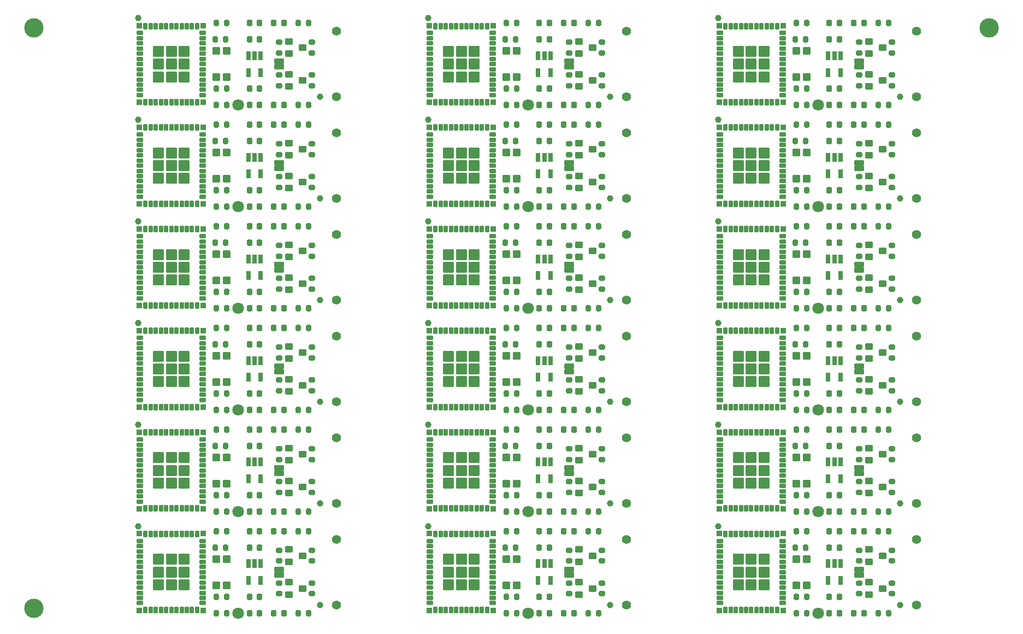
<source format=gts>
%TF.GenerationSoftware,KiCad,Pcbnew,7.0.6*%
%TF.CreationDate,2023-11-19T12:44:14-07:00*%
%TF.ProjectId,SparkFun_BlueSMiRF-ESP32_panelized,53706172-6b46-4756-9e5f-426c7565534d,rev?*%
%TF.SameCoordinates,Original*%
%TF.FileFunction,Soldermask,Top*%
%TF.FilePolarity,Negative*%
%FSLAX46Y46*%
G04 Gerber Fmt 4.6, Leading zero omitted, Abs format (unit mm)*
G04 Created by KiCad (PCBNEW 7.0.6) date 2023-11-19 12:44:14*
%MOMM*%
%LPD*%
G01*
G04 APERTURE LIST*
G04 Aperture macros list*
%AMRoundRect*
0 Rectangle with rounded corners*
0 $1 Rounding radius*
0 $2 $3 $4 $5 $6 $7 $8 $9 X,Y pos of 4 corners*
0 Add a 4 corners polygon primitive as box body*
4,1,4,$2,$3,$4,$5,$6,$7,$8,$9,$2,$3,0*
0 Add four circle primitives for the rounded corners*
1,1,$1+$1,$2,$3*
1,1,$1+$1,$4,$5*
1,1,$1+$1,$6,$7*
1,1,$1+$1,$8,$9*
0 Add four rect primitives between the rounded corners*
20,1,$1+$1,$2,$3,$4,$5,0*
20,1,$1+$1,$4,$5,$6,$7,0*
20,1,$1+$1,$6,$7,$8,$9,0*
20,1,$1+$1,$8,$9,$2,$3,0*%
G04 Aperture macros list end*
%ADD10RoundRect,0.218750X-0.218750X-0.256250X0.218750X-0.256250X0.218750X0.256250X-0.218750X0.256250X0*%
%ADD11RoundRect,0.101600X-0.450000X0.400000X-0.450000X-0.400000X0.450000X-0.400000X0.450000X0.400000X0*%
%ADD12RoundRect,0.200000X-0.200000X-0.275000X0.200000X-0.275000X0.200000X0.275000X-0.200000X0.275000X0*%
%ADD13C,1.000000*%
%ADD14RoundRect,0.200000X0.200000X0.275000X-0.200000X0.275000X-0.200000X-0.275000X0.200000X-0.275000X0*%
%ADD15RoundRect,0.085000X-0.635000X0.317500X-0.635000X-0.317500X0.635000X-0.317500X0.635000X0.317500X0*%
%ADD16C,1.803200*%
%ADD17RoundRect,0.101600X0.275000X0.600000X-0.275000X0.600000X-0.275000X-0.600000X0.275000X-0.600000X0*%
%ADD18RoundRect,0.225000X0.225000X0.250000X-0.225000X0.250000X-0.225000X-0.250000X0.225000X-0.250000X0*%
%ADD19RoundRect,0.200000X-0.275000X0.200000X-0.275000X-0.200000X0.275000X-0.200000X0.275000X0.200000X0*%
%ADD20RoundRect,0.200000X0.275000X-0.200000X0.275000X0.200000X-0.275000X0.200000X-0.275000X-0.200000X0*%
%ADD21RoundRect,0.101600X0.200000X0.400000X-0.200000X0.400000X-0.200000X-0.400000X0.200000X-0.400000X0*%
%ADD22RoundRect,0.101600X0.400000X-0.200000X0.400000X0.200000X-0.400000X0.200000X-0.400000X-0.200000X0*%
%ADD23RoundRect,0.101600X0.725000X-0.725000X0.725000X0.725000X-0.725000X0.725000X-0.725000X-0.725000X0*%
%ADD24RoundRect,0.101600X0.350000X-0.350000X0.350000X0.350000X-0.350000X0.350000X-0.350000X-0.350000X0*%
%ADD25C,3.000000*%
%ADD26RoundRect,0.101600X0.500000X-0.450000X0.500000X0.450000X-0.500000X0.450000X-0.500000X-0.450000X0*%
%ADD27C,1.400000*%
G04 APERTURE END LIST*
D10*
%TO.C,D1*%
X27152500Y13970000D03*
X28727500Y13970000D03*
%TD*%
%TO.C,D1*%
X27152500Y29710000D03*
X28727500Y29710000D03*
%TD*%
%TO.C,D1*%
X27152500Y61190000D03*
X28727500Y61190000D03*
%TD*%
%TO.C,D1*%
X27152500Y45450000D03*
X28727500Y45450000D03*
%TD*%
%TO.C,D1*%
X27152500Y76930000D03*
X28727500Y76930000D03*
%TD*%
%TO.C,D1*%
X72102500Y29710000D03*
X73677500Y29710000D03*
%TD*%
%TO.C,D1*%
X117052500Y45450000D03*
X118627500Y45450000D03*
%TD*%
%TO.C,D1*%
X72102500Y13970000D03*
X73677500Y13970000D03*
%TD*%
%TO.C,D1*%
X72102500Y76930000D03*
X73677500Y76930000D03*
%TD*%
%TO.C,D1*%
X72102500Y45450000D03*
X73677500Y45450000D03*
%TD*%
%TO.C,D1*%
X117052500Y61190000D03*
X118627500Y61190000D03*
%TD*%
%TO.C,D1*%
X117052500Y92670000D03*
X118627500Y92670000D03*
%TD*%
%TO.C,D1*%
X117052500Y29710000D03*
X118627500Y29710000D03*
%TD*%
%TO.C,D1*%
X117052500Y13970000D03*
X118627500Y13970000D03*
%TD*%
%TO.C,D1*%
X27152500Y92670000D03*
X28727500Y92670000D03*
%TD*%
%TO.C,D1*%
X72102500Y61190000D03*
X73677500Y61190000D03*
%TD*%
%TO.C,D1*%
X72102500Y92670000D03*
X73677500Y92670000D03*
%TD*%
%TO.C,D1*%
X117052500Y76930000D03*
X118627500Y76930000D03*
%TD*%
D11*
%TO.C,Q2*%
X29480000Y11110000D03*
X29480000Y9210000D03*
X31580000Y10160000D03*
%TD*%
%TO.C,Q2*%
X29480000Y42590000D03*
X29480000Y40690000D03*
X31580000Y41640000D03*
%TD*%
%TO.C,Q2*%
X29480000Y58330000D03*
X29480000Y56430000D03*
X31580000Y57380000D03*
%TD*%
%TO.C,Q2*%
X29480000Y74070000D03*
X29480000Y72170000D03*
X31580000Y73120000D03*
%TD*%
%TO.C,Q2*%
X29480000Y89810000D03*
X29480000Y87910000D03*
X31580000Y88860000D03*
%TD*%
%TO.C,Q2*%
X29480000Y26850000D03*
X29480000Y24950000D03*
X31580000Y25900000D03*
%TD*%
%TO.C,Q2*%
X119380000Y89810000D03*
X119380000Y87910000D03*
X121480000Y88860000D03*
%TD*%
%TO.C,Q2*%
X119380000Y11110000D03*
X119380000Y9210000D03*
X121480000Y10160000D03*
%TD*%
%TO.C,Q2*%
X119380000Y74070000D03*
X119380000Y72170000D03*
X121480000Y73120000D03*
%TD*%
%TO.C,Q2*%
X74430000Y42590000D03*
X74430000Y40690000D03*
X76530000Y41640000D03*
%TD*%
%TO.C,Q2*%
X74430000Y26850000D03*
X74430000Y24950000D03*
X76530000Y25900000D03*
%TD*%
%TO.C,Q2*%
X74430000Y74070000D03*
X74430000Y72170000D03*
X76530000Y73120000D03*
%TD*%
%TO.C,Q2*%
X74430000Y89810000D03*
X74430000Y87910000D03*
X76530000Y88860000D03*
%TD*%
%TO.C,Q2*%
X119380000Y26850000D03*
X119380000Y24950000D03*
X121480000Y25900000D03*
%TD*%
%TO.C,Q2*%
X119380000Y58330000D03*
X119380000Y56430000D03*
X121480000Y57380000D03*
%TD*%
%TO.C,Q2*%
X74430000Y58330000D03*
X74430000Y56430000D03*
X76530000Y57380000D03*
%TD*%
%TO.C,Q2*%
X119380000Y42590000D03*
X119380000Y40690000D03*
X121480000Y41640000D03*
%TD*%
%TO.C,Q2*%
X74430000Y11110000D03*
X74430000Y9210000D03*
X76530000Y10160000D03*
%TD*%
D12*
%TO.C,R3*%
X18225000Y29710000D03*
X19875000Y29710000D03*
%TD*%
%TO.C,R3*%
X63175000Y61190000D03*
X64825000Y61190000D03*
%TD*%
%TO.C,R3*%
X18225000Y45450000D03*
X19875000Y45450000D03*
%TD*%
%TO.C,R3*%
X18225000Y76930000D03*
X19875000Y76930000D03*
%TD*%
%TO.C,R3*%
X18225000Y92670000D03*
X19875000Y92670000D03*
%TD*%
%TO.C,R3*%
X63175000Y29710000D03*
X64825000Y29710000D03*
%TD*%
%TO.C,R3*%
X63175000Y13970000D03*
X64825000Y13970000D03*
%TD*%
%TO.C,R3*%
X63175000Y45450000D03*
X64825000Y45450000D03*
%TD*%
%TO.C,R3*%
X18225000Y61190000D03*
X19875000Y61190000D03*
%TD*%
%TO.C,R3*%
X108125000Y45450000D03*
X109775000Y45450000D03*
%TD*%
%TO.C,R3*%
X108125000Y13970000D03*
X109775000Y13970000D03*
%TD*%
%TO.C,R3*%
X108125000Y29710000D03*
X109775000Y29710000D03*
%TD*%
%TO.C,R3*%
X63175000Y76930000D03*
X64825000Y76930000D03*
%TD*%
%TO.C,R3*%
X108125000Y61190000D03*
X109775000Y61190000D03*
%TD*%
%TO.C,R3*%
X108125000Y92670000D03*
X109775000Y92670000D03*
%TD*%
%TO.C,R3*%
X63175000Y92670000D03*
X64825000Y92670000D03*
%TD*%
%TO.C,R3*%
X108125000Y76930000D03*
X109775000Y76930000D03*
%TD*%
%TO.C,R3*%
X18225000Y13970000D03*
X19875000Y13970000D03*
%TD*%
D13*
%TO.C,FID2*%
X51046000Y30472000D03*
%TD*%
%TO.C,FID2*%
X51046000Y77692000D03*
%TD*%
%TO.C,FID2*%
X6096000Y61952000D03*
%TD*%
%TO.C,FID2*%
X95996000Y30472000D03*
%TD*%
%TO.C,FID2*%
X6096000Y30472000D03*
%TD*%
%TO.C,FID2*%
X51046000Y93432000D03*
%TD*%
%TO.C,FID2*%
X51046000Y14732000D03*
%TD*%
%TO.C,FID2*%
X95996000Y46212000D03*
%TD*%
%TO.C,FID2*%
X51046000Y46212000D03*
%TD*%
%TO.C,FID2*%
X95996000Y77692000D03*
%TD*%
%TO.C,FID2*%
X6096000Y46212000D03*
%TD*%
%TO.C,FID2*%
X6096000Y77692000D03*
%TD*%
%TO.C,FID2*%
X6096000Y93432000D03*
%TD*%
%TO.C,FID2*%
X51046000Y61952000D03*
%TD*%
%TO.C,FID2*%
X95996000Y61952000D03*
%TD*%
%TO.C,FID2*%
X95996000Y93432000D03*
%TD*%
%TO.C,FID2*%
X95996000Y14732000D03*
%TD*%
%TO.C,FID2*%
X6096000Y14732000D03*
%TD*%
D14*
%TO.C,R5*%
X32575000Y29710000D03*
X30925000Y29710000D03*
%TD*%
%TO.C,R5*%
X32575000Y45450000D03*
X30925000Y45450000D03*
%TD*%
%TO.C,R5*%
X32575000Y61190000D03*
X30925000Y61190000D03*
%TD*%
%TO.C,R5*%
X77525000Y13970000D03*
X75875000Y13970000D03*
%TD*%
%TO.C,R5*%
X77525000Y45450000D03*
X75875000Y45450000D03*
%TD*%
%TO.C,R5*%
X77525000Y61190000D03*
X75875000Y61190000D03*
%TD*%
%TO.C,R5*%
X77525000Y76930000D03*
X75875000Y76930000D03*
%TD*%
%TO.C,R5*%
X77525000Y92670000D03*
X75875000Y92670000D03*
%TD*%
%TO.C,R5*%
X122475000Y29710000D03*
X120825000Y29710000D03*
%TD*%
%TO.C,R5*%
X122475000Y45450000D03*
X120825000Y45450000D03*
%TD*%
%TO.C,R5*%
X122475000Y13970000D03*
X120825000Y13970000D03*
%TD*%
%TO.C,R5*%
X122475000Y61190000D03*
X120825000Y61190000D03*
%TD*%
%TO.C,R5*%
X32575000Y92670000D03*
X30925000Y92670000D03*
%TD*%
%TO.C,R5*%
X122475000Y76930000D03*
X120825000Y76930000D03*
%TD*%
%TO.C,R5*%
X122475000Y92670000D03*
X120825000Y92670000D03*
%TD*%
%TO.C,R5*%
X32575000Y76930000D03*
X30925000Y76930000D03*
%TD*%
%TO.C,R5*%
X77525000Y29710000D03*
X75875000Y29710000D03*
%TD*%
%TO.C,R5*%
X32575000Y13970000D03*
X30925000Y13970000D03*
%TD*%
D15*
%TO.C,JP2*%
X27940000Y23766400D03*
X27940000Y22953600D03*
%TD*%
%TO.C,JP2*%
X27940000Y55246400D03*
X27940000Y54433600D03*
%TD*%
%TO.C,JP2*%
X117840000Y23766400D03*
X117840000Y22953600D03*
%TD*%
%TO.C,JP2*%
X72890000Y86726400D03*
X72890000Y85913600D03*
%TD*%
%TO.C,JP2*%
X117840000Y8026400D03*
X117840000Y7213600D03*
%TD*%
%TO.C,JP2*%
X72890000Y70986400D03*
X72890000Y70173600D03*
%TD*%
%TO.C,JP2*%
X27940000Y70986400D03*
X27940000Y70173600D03*
%TD*%
%TO.C,JP2*%
X27940000Y39506400D03*
X27940000Y38693600D03*
%TD*%
%TO.C,JP2*%
X27940000Y86726400D03*
X27940000Y85913600D03*
%TD*%
%TO.C,JP2*%
X72890000Y8026400D03*
X72890000Y7213600D03*
%TD*%
%TO.C,JP2*%
X72890000Y23766400D03*
X72890000Y22953600D03*
%TD*%
%TO.C,JP2*%
X117840000Y39506400D03*
X117840000Y38693600D03*
%TD*%
%TO.C,JP2*%
X117840000Y55246400D03*
X117840000Y54433600D03*
%TD*%
%TO.C,JP2*%
X117840000Y70986400D03*
X117840000Y70173600D03*
%TD*%
%TO.C,JP2*%
X72890000Y55246400D03*
X72890000Y54433600D03*
%TD*%
%TO.C,JP2*%
X117840000Y86726400D03*
X117840000Y85913600D03*
%TD*%
%TO.C,JP2*%
X72890000Y39506400D03*
X72890000Y38693600D03*
%TD*%
%TO.C,JP2*%
X27940000Y8026400D03*
X27940000Y7213600D03*
%TD*%
D16*
%TO.C,TP1*%
X21590000Y48490000D03*
%TD*%
%TO.C,TP1*%
X111490000Y32750000D03*
%TD*%
%TO.C,TP1*%
X21590000Y32750000D03*
%TD*%
%TO.C,TP1*%
X21590000Y17010000D03*
%TD*%
%TO.C,TP1*%
X21590000Y79970000D03*
%TD*%
%TO.C,TP1*%
X66540000Y1270000D03*
%TD*%
%TO.C,TP1*%
X66540000Y17010000D03*
%TD*%
%TO.C,TP1*%
X66540000Y32750000D03*
%TD*%
%TO.C,TP1*%
X66540000Y48490000D03*
%TD*%
%TO.C,TP1*%
X66540000Y64230000D03*
%TD*%
%TO.C,TP1*%
X111490000Y17010000D03*
%TD*%
%TO.C,TP1*%
X111490000Y1270000D03*
%TD*%
%TO.C,TP1*%
X21590000Y64230000D03*
%TD*%
%TO.C,TP1*%
X66540000Y79970000D03*
%TD*%
%TO.C,TP1*%
X111490000Y48490000D03*
%TD*%
%TO.C,TP1*%
X111490000Y64230000D03*
%TD*%
%TO.C,TP1*%
X111490000Y79970000D03*
%TD*%
%TO.C,TP1*%
X21590000Y1270000D03*
%TD*%
D17*
%TO.C,U2*%
X25080000Y24660100D03*
X24130000Y24660100D03*
X23180000Y24660100D03*
X23180000Y22059900D03*
X25080000Y22059900D03*
%TD*%
%TO.C,U2*%
X25080000Y40400100D03*
X24130000Y40400100D03*
X23180000Y40400100D03*
X23180000Y37799900D03*
X25080000Y37799900D03*
%TD*%
%TO.C,U2*%
X25080000Y71880100D03*
X24130000Y71880100D03*
X23180000Y71880100D03*
X23180000Y69279900D03*
X25080000Y69279900D03*
%TD*%
%TO.C,U2*%
X70030000Y87620100D03*
X69080000Y87620100D03*
X68130000Y87620100D03*
X68130000Y85019900D03*
X70030000Y85019900D03*
%TD*%
%TO.C,U2*%
X114980000Y87620100D03*
X114030000Y87620100D03*
X113080000Y87620100D03*
X113080000Y85019900D03*
X114980000Y85019900D03*
%TD*%
%TO.C,U2*%
X25080000Y56140100D03*
X24130000Y56140100D03*
X23180000Y56140100D03*
X23180000Y53539900D03*
X25080000Y53539900D03*
%TD*%
%TO.C,U2*%
X70030000Y24660100D03*
X69080000Y24660100D03*
X68130000Y24660100D03*
X68130000Y22059900D03*
X70030000Y22059900D03*
%TD*%
%TO.C,U2*%
X70030000Y71880100D03*
X69080000Y71880100D03*
X68130000Y71880100D03*
X68130000Y69279900D03*
X70030000Y69279900D03*
%TD*%
%TO.C,U2*%
X25080000Y87620100D03*
X24130000Y87620100D03*
X23180000Y87620100D03*
X23180000Y85019900D03*
X25080000Y85019900D03*
%TD*%
%TO.C,U2*%
X70030000Y56140100D03*
X69080000Y56140100D03*
X68130000Y56140100D03*
X68130000Y53539900D03*
X70030000Y53539900D03*
%TD*%
%TO.C,U2*%
X114980000Y40400100D03*
X114030000Y40400100D03*
X113080000Y40400100D03*
X113080000Y37799900D03*
X114980000Y37799900D03*
%TD*%
%TO.C,U2*%
X114980000Y24660100D03*
X114030000Y24660100D03*
X113080000Y24660100D03*
X113080000Y22059900D03*
X114980000Y22059900D03*
%TD*%
%TO.C,U2*%
X114980000Y8920100D03*
X114030000Y8920100D03*
X113080000Y8920100D03*
X113080000Y6319900D03*
X114980000Y6319900D03*
%TD*%
%TO.C,U2*%
X114980000Y56140100D03*
X114030000Y56140100D03*
X113080000Y56140100D03*
X113080000Y53539900D03*
X114980000Y53539900D03*
%TD*%
%TO.C,U2*%
X114980000Y71880100D03*
X114030000Y71880100D03*
X113080000Y71880100D03*
X113080000Y69279900D03*
X114980000Y69279900D03*
%TD*%
%TO.C,U2*%
X70030000Y40400100D03*
X69080000Y40400100D03*
X68130000Y40400100D03*
X68130000Y37799900D03*
X70030000Y37799900D03*
%TD*%
%TO.C,U2*%
X70030000Y8920100D03*
X69080000Y8920100D03*
X68130000Y8920100D03*
X68130000Y6319900D03*
X70030000Y6319900D03*
%TD*%
%TO.C,U2*%
X25080000Y8920100D03*
X24130000Y8920100D03*
X23180000Y8920100D03*
X23180000Y6319900D03*
X25080000Y6319900D03*
%TD*%
D18*
%TO.C,C1*%
X24905000Y58650000D03*
X23355000Y58650000D03*
%TD*%
%TO.C,C1*%
X69855000Y27170000D03*
X68305000Y27170000D03*
%TD*%
%TO.C,C1*%
X24905000Y27170000D03*
X23355000Y27170000D03*
%TD*%
%TO.C,C1*%
X69855000Y11430000D03*
X68305000Y11430000D03*
%TD*%
%TO.C,C1*%
X114805000Y90130000D03*
X113255000Y90130000D03*
%TD*%
%TO.C,C1*%
X24905000Y90130000D03*
X23355000Y90130000D03*
%TD*%
%TO.C,C1*%
X24905000Y42910000D03*
X23355000Y42910000D03*
%TD*%
%TO.C,C1*%
X24905000Y74390000D03*
X23355000Y74390000D03*
%TD*%
%TO.C,C1*%
X69855000Y42910000D03*
X68305000Y42910000D03*
%TD*%
%TO.C,C1*%
X69855000Y74390000D03*
X68305000Y74390000D03*
%TD*%
%TO.C,C1*%
X69855000Y58650000D03*
X68305000Y58650000D03*
%TD*%
%TO.C,C1*%
X69855000Y90130000D03*
X68305000Y90130000D03*
%TD*%
%TO.C,C1*%
X114805000Y11430000D03*
X113255000Y11430000D03*
%TD*%
%TO.C,C1*%
X114805000Y27170000D03*
X113255000Y27170000D03*
%TD*%
%TO.C,C1*%
X114805000Y42910000D03*
X113255000Y42910000D03*
%TD*%
%TO.C,C1*%
X114805000Y58650000D03*
X113255000Y58650000D03*
%TD*%
%TO.C,C1*%
X114805000Y74390000D03*
X113255000Y74390000D03*
%TD*%
%TO.C,C1*%
X24905000Y11430000D03*
X23355000Y11430000D03*
%TD*%
D19*
%TO.C,R9*%
X33020000Y37385000D03*
X33020000Y35735000D03*
%TD*%
%TO.C,R9*%
X33020000Y21645000D03*
X33020000Y19995000D03*
%TD*%
%TO.C,R9*%
X77970000Y53125000D03*
X77970000Y51475000D03*
%TD*%
%TO.C,R9*%
X77970000Y68865000D03*
X77970000Y67215000D03*
%TD*%
%TO.C,R9*%
X77970000Y5905000D03*
X77970000Y4255000D03*
%TD*%
%TO.C,R9*%
X33020000Y53125000D03*
X33020000Y51475000D03*
%TD*%
%TO.C,R9*%
X33020000Y84605000D03*
X33020000Y82955000D03*
%TD*%
%TO.C,R9*%
X77970000Y21645000D03*
X77970000Y19995000D03*
%TD*%
%TO.C,R9*%
X77970000Y84605000D03*
X77970000Y82955000D03*
%TD*%
%TO.C,R9*%
X33020000Y68865000D03*
X33020000Y67215000D03*
%TD*%
%TO.C,R9*%
X77970000Y37385000D03*
X77970000Y35735000D03*
%TD*%
%TO.C,R9*%
X122920000Y21645000D03*
X122920000Y19995000D03*
%TD*%
%TO.C,R9*%
X122920000Y53125000D03*
X122920000Y51475000D03*
%TD*%
%TO.C,R9*%
X122920000Y68865000D03*
X122920000Y67215000D03*
%TD*%
%TO.C,R9*%
X122920000Y84605000D03*
X122920000Y82955000D03*
%TD*%
%TO.C,R9*%
X122920000Y37385000D03*
X122920000Y35735000D03*
%TD*%
%TO.C,R9*%
X122920000Y5905000D03*
X122920000Y4255000D03*
%TD*%
%TO.C,R9*%
X33020000Y5905000D03*
X33020000Y4255000D03*
%TD*%
D18*
%TO.C,C3*%
X24905000Y35290000D03*
X23355000Y35290000D03*
%TD*%
%TO.C,C3*%
X69855000Y51030000D03*
X68305000Y51030000D03*
%TD*%
%TO.C,C3*%
X114805000Y82510000D03*
X113255000Y82510000D03*
%TD*%
%TO.C,C3*%
X69855000Y19550000D03*
X68305000Y19550000D03*
%TD*%
%TO.C,C3*%
X69855000Y3810000D03*
X68305000Y3810000D03*
%TD*%
%TO.C,C3*%
X24905000Y19550000D03*
X23355000Y19550000D03*
%TD*%
%TO.C,C3*%
X69855000Y66770000D03*
X68305000Y66770000D03*
%TD*%
%TO.C,C3*%
X114805000Y35290000D03*
X113255000Y35290000D03*
%TD*%
%TO.C,C3*%
X24905000Y82510000D03*
X23355000Y82510000D03*
%TD*%
%TO.C,C3*%
X69855000Y35290000D03*
X68305000Y35290000D03*
%TD*%
%TO.C,C3*%
X24905000Y51030000D03*
X23355000Y51030000D03*
%TD*%
%TO.C,C3*%
X114805000Y3810000D03*
X113255000Y3810000D03*
%TD*%
%TO.C,C3*%
X24905000Y66770000D03*
X23355000Y66770000D03*
%TD*%
%TO.C,C3*%
X114805000Y19550000D03*
X113255000Y19550000D03*
%TD*%
%TO.C,C3*%
X114805000Y51030000D03*
X113255000Y51030000D03*
%TD*%
%TO.C,C3*%
X69855000Y82510000D03*
X68305000Y82510000D03*
%TD*%
%TO.C,C3*%
X114805000Y66770000D03*
X113255000Y66770000D03*
%TD*%
%TO.C,C3*%
X24905000Y3810000D03*
X23355000Y3810000D03*
%TD*%
D13*
%TO.C,FID1*%
X34290000Y18280000D03*
%TD*%
%TO.C,FID1*%
X34290000Y34020000D03*
%TD*%
%TO.C,FID1*%
X34290000Y49760000D03*
%TD*%
%TO.C,FID1*%
X79240000Y34020000D03*
%TD*%
%TO.C,FID1*%
X124190000Y81240000D03*
%TD*%
%TO.C,FID1*%
X124190000Y2540000D03*
%TD*%
%TO.C,FID1*%
X34290000Y81240000D03*
%TD*%
%TO.C,FID1*%
X124190000Y49760000D03*
%TD*%
%TO.C,FID1*%
X79240000Y65500000D03*
%TD*%
%TO.C,FID1*%
X79240000Y81240000D03*
%TD*%
%TO.C,FID1*%
X79240000Y2540000D03*
%TD*%
%TO.C,FID1*%
X79240000Y18280000D03*
%TD*%
%TO.C,FID1*%
X79240000Y49760000D03*
%TD*%
%TO.C,FID1*%
X34290000Y65500000D03*
%TD*%
%TO.C,FID1*%
X124190000Y18280000D03*
%TD*%
%TO.C,FID1*%
X124190000Y65500000D03*
%TD*%
%TO.C,FID1*%
X124190000Y34020000D03*
%TD*%
%TO.C,FID1*%
X34290000Y2540000D03*
%TD*%
D14*
%TO.C,R1*%
X64825000Y64230000D03*
X63175000Y64230000D03*
%TD*%
%TO.C,R1*%
X19875000Y79970000D03*
X18225000Y79970000D03*
%TD*%
%TO.C,R1*%
X19875000Y17010000D03*
X18225000Y17010000D03*
%TD*%
%TO.C,R1*%
X64825000Y1270000D03*
X63175000Y1270000D03*
%TD*%
%TO.C,R1*%
X109775000Y64230000D03*
X108125000Y64230000D03*
%TD*%
%TO.C,R1*%
X19875000Y48490000D03*
X18225000Y48490000D03*
%TD*%
%TO.C,R1*%
X109775000Y48490000D03*
X108125000Y48490000D03*
%TD*%
%TO.C,R1*%
X64825000Y17010000D03*
X63175000Y17010000D03*
%TD*%
%TO.C,R1*%
X64825000Y32750000D03*
X63175000Y32750000D03*
%TD*%
%TO.C,R1*%
X64825000Y48490000D03*
X63175000Y48490000D03*
%TD*%
%TO.C,R1*%
X109775000Y79970000D03*
X108125000Y79970000D03*
%TD*%
%TO.C,R1*%
X19875000Y32750000D03*
X18225000Y32750000D03*
%TD*%
%TO.C,R1*%
X19875000Y64230000D03*
X18225000Y64230000D03*
%TD*%
%TO.C,R1*%
X64825000Y79970000D03*
X63175000Y79970000D03*
%TD*%
%TO.C,R1*%
X109775000Y17010000D03*
X108125000Y17010000D03*
%TD*%
%TO.C,R1*%
X109775000Y1270000D03*
X108125000Y1270000D03*
%TD*%
%TO.C,R1*%
X109775000Y32750000D03*
X108125000Y32750000D03*
%TD*%
%TO.C,R1*%
X19875000Y1270000D03*
X18225000Y1270000D03*
%TD*%
D11*
%TO.C,Q1*%
X29480000Y53250000D03*
X29480000Y51350000D03*
X31580000Y52300000D03*
%TD*%
%TO.C,Q1*%
X74430000Y37510000D03*
X74430000Y35610000D03*
X76530000Y36560000D03*
%TD*%
%TO.C,Q1*%
X74430000Y68990000D03*
X74430000Y67090000D03*
X76530000Y68040000D03*
%TD*%
%TO.C,Q1*%
X29480000Y21770000D03*
X29480000Y19870000D03*
X31580000Y20820000D03*
%TD*%
%TO.C,Q1*%
X29480000Y37510000D03*
X29480000Y35610000D03*
X31580000Y36560000D03*
%TD*%
%TO.C,Q1*%
X29480000Y84730000D03*
X29480000Y82830000D03*
X31580000Y83780000D03*
%TD*%
%TO.C,Q1*%
X74430000Y6030000D03*
X74430000Y4130000D03*
X76530000Y5080000D03*
%TD*%
%TO.C,Q1*%
X29480000Y68990000D03*
X29480000Y67090000D03*
X31580000Y68040000D03*
%TD*%
%TO.C,Q1*%
X74430000Y21770000D03*
X74430000Y19870000D03*
X76530000Y20820000D03*
%TD*%
%TO.C,Q1*%
X74430000Y53250000D03*
X74430000Y51350000D03*
X76530000Y52300000D03*
%TD*%
%TO.C,Q1*%
X74430000Y84730000D03*
X74430000Y82830000D03*
X76530000Y83780000D03*
%TD*%
%TO.C,Q1*%
X119380000Y6030000D03*
X119380000Y4130000D03*
X121480000Y5080000D03*
%TD*%
%TO.C,Q1*%
X119380000Y21770000D03*
X119380000Y19870000D03*
X121480000Y20820000D03*
%TD*%
%TO.C,Q1*%
X119380000Y37510000D03*
X119380000Y35610000D03*
X121480000Y36560000D03*
%TD*%
%TO.C,Q1*%
X119380000Y53250000D03*
X119380000Y51350000D03*
X121480000Y52300000D03*
%TD*%
%TO.C,Q1*%
X119380000Y68990000D03*
X119380000Y67090000D03*
X121480000Y68040000D03*
%TD*%
%TO.C,Q1*%
X119380000Y84730000D03*
X119380000Y82830000D03*
X121480000Y83780000D03*
%TD*%
%TO.C,Q1*%
X29480000Y6030000D03*
X29480000Y4130000D03*
X31580000Y5080000D03*
%TD*%
D20*
%TO.C,R10*%
X122920000Y25075000D03*
X122920000Y26725000D03*
%TD*%
%TO.C,R10*%
X33020000Y40815000D03*
X33020000Y42465000D03*
%TD*%
%TO.C,R10*%
X33020000Y56555000D03*
X33020000Y58205000D03*
%TD*%
%TO.C,R10*%
X77970000Y9335000D03*
X77970000Y10985000D03*
%TD*%
%TO.C,R10*%
X77970000Y72295000D03*
X77970000Y73945000D03*
%TD*%
%TO.C,R10*%
X77970000Y40815000D03*
X77970000Y42465000D03*
%TD*%
%TO.C,R10*%
X122920000Y56555000D03*
X122920000Y58205000D03*
%TD*%
%TO.C,R10*%
X122920000Y88035000D03*
X122920000Y89685000D03*
%TD*%
%TO.C,R10*%
X33020000Y72295000D03*
X33020000Y73945000D03*
%TD*%
%TO.C,R10*%
X77970000Y25075000D03*
X77970000Y26725000D03*
%TD*%
%TO.C,R10*%
X77970000Y88035000D03*
X77970000Y89685000D03*
%TD*%
%TO.C,R10*%
X122920000Y40815000D03*
X122920000Y42465000D03*
%TD*%
%TO.C,R10*%
X122920000Y72295000D03*
X122920000Y73945000D03*
%TD*%
%TO.C,R10*%
X33020000Y25075000D03*
X33020000Y26725000D03*
%TD*%
%TO.C,R10*%
X33020000Y88035000D03*
X33020000Y89685000D03*
%TD*%
%TO.C,R10*%
X77970000Y56555000D03*
X77970000Y58205000D03*
%TD*%
%TO.C,R10*%
X122920000Y9335000D03*
X122920000Y10985000D03*
%TD*%
%TO.C,R10*%
X33020000Y9335000D03*
X33020000Y10985000D03*
%TD*%
D12*
%TO.C,R2*%
X18225000Y66770000D03*
X19875000Y66770000D03*
%TD*%
%TO.C,R2*%
X63175000Y3810000D03*
X64825000Y3810000D03*
%TD*%
%TO.C,R2*%
X18225000Y19550000D03*
X19875000Y19550000D03*
%TD*%
%TO.C,R2*%
X18225000Y35290000D03*
X19875000Y35290000D03*
%TD*%
%TO.C,R2*%
X18225000Y51030000D03*
X19875000Y51030000D03*
%TD*%
%TO.C,R2*%
X18225000Y82510000D03*
X19875000Y82510000D03*
%TD*%
%TO.C,R2*%
X108125000Y66770000D03*
X109775000Y66770000D03*
%TD*%
%TO.C,R2*%
X108125000Y35290000D03*
X109775000Y35290000D03*
%TD*%
%TO.C,R2*%
X63175000Y66770000D03*
X64825000Y66770000D03*
%TD*%
%TO.C,R2*%
X108125000Y3810000D03*
X109775000Y3810000D03*
%TD*%
%TO.C,R2*%
X63175000Y35290000D03*
X64825000Y35290000D03*
%TD*%
%TO.C,R2*%
X108125000Y19550000D03*
X109775000Y19550000D03*
%TD*%
%TO.C,R2*%
X108125000Y82510000D03*
X109775000Y82510000D03*
%TD*%
%TO.C,R2*%
X63175000Y82510000D03*
X64825000Y82510000D03*
%TD*%
%TO.C,R2*%
X108125000Y51030000D03*
X109775000Y51030000D03*
%TD*%
%TO.C,R2*%
X63175000Y19550000D03*
X64825000Y19550000D03*
%TD*%
%TO.C,R2*%
X63175000Y51030000D03*
X64825000Y51030000D03*
%TD*%
%TO.C,R2*%
X18225000Y3810000D03*
X19875000Y3810000D03*
%TD*%
D21*
%TO.C,U1*%
X52200000Y64680000D03*
X53000000Y64680000D03*
X53800000Y64680000D03*
X54600000Y64680000D03*
X55400000Y64680000D03*
X56200000Y64680000D03*
X57000000Y64680000D03*
X57800000Y64680000D03*
X58600000Y64680000D03*
X59400000Y64680000D03*
X60200000Y64680000D03*
D22*
X61100000Y65780000D03*
X61100000Y66580000D03*
X61100000Y67380000D03*
X61100000Y68180000D03*
X61100000Y68980000D03*
X61100000Y69780000D03*
X61100000Y70580000D03*
X61100000Y71380000D03*
X61100000Y72180000D03*
X61100000Y72980000D03*
X61100000Y73780000D03*
X61100000Y74580000D03*
X61100000Y75380000D03*
D21*
X60200000Y76480000D03*
X59400000Y76480000D03*
X58600000Y76480000D03*
X57800000Y76480000D03*
X57000000Y76480000D03*
X56200000Y76480000D03*
X55400000Y76480000D03*
X54600000Y76480000D03*
X53800000Y76480000D03*
X53000000Y76480000D03*
X52200000Y76480000D03*
D22*
X51300000Y75380000D03*
X51300000Y74580000D03*
X51300000Y73780000D03*
X51300000Y72980000D03*
X51300000Y72180000D03*
X51300000Y71380000D03*
X51300000Y70580000D03*
X51300000Y69780000D03*
X51300000Y68980000D03*
X51300000Y68180000D03*
X51300000Y67380000D03*
X51300000Y66580000D03*
X51300000Y65780000D03*
D23*
X54225000Y68605000D03*
X56200000Y68605000D03*
X58175000Y68605000D03*
X58175000Y70580000D03*
X58175000Y72555000D03*
X56200000Y72555000D03*
X54225000Y72555000D03*
X54225000Y70580000D03*
X56200000Y70580000D03*
D24*
X51250000Y76530000D03*
X61150000Y76530000D03*
X61150000Y64630000D03*
X51250000Y64630000D03*
%TD*%
D21*
%TO.C,U1*%
X97150000Y33200000D03*
X97950000Y33200000D03*
X98750000Y33200000D03*
X99550000Y33200000D03*
X100350000Y33200000D03*
X101150000Y33200000D03*
X101950000Y33200000D03*
X102750000Y33200000D03*
X103550000Y33200000D03*
X104350000Y33200000D03*
X105150000Y33200000D03*
D22*
X106050000Y34300000D03*
X106050000Y35100000D03*
X106050000Y35900000D03*
X106050000Y36700000D03*
X106050000Y37500000D03*
X106050000Y38300000D03*
X106050000Y39100000D03*
X106050000Y39900000D03*
X106050000Y40700000D03*
X106050000Y41500000D03*
X106050000Y42300000D03*
X106050000Y43100000D03*
X106050000Y43900000D03*
D21*
X105150000Y45000000D03*
X104350000Y45000000D03*
X103550000Y45000000D03*
X102750000Y45000000D03*
X101950000Y45000000D03*
X101150000Y45000000D03*
X100350000Y45000000D03*
X99550000Y45000000D03*
X98750000Y45000000D03*
X97950000Y45000000D03*
X97150000Y45000000D03*
D22*
X96250000Y43900000D03*
X96250000Y43100000D03*
X96250000Y42300000D03*
X96250000Y41500000D03*
X96250000Y40700000D03*
X96250000Y39900000D03*
X96250000Y39100000D03*
X96250000Y38300000D03*
X96250000Y37500000D03*
X96250000Y36700000D03*
X96250000Y35900000D03*
X96250000Y35100000D03*
X96250000Y34300000D03*
D23*
X99175000Y37125000D03*
X101150000Y37125000D03*
X103125000Y37125000D03*
X103125000Y39100000D03*
X103125000Y41075000D03*
X101150000Y41075000D03*
X99175000Y41075000D03*
X99175000Y39100000D03*
X101150000Y39100000D03*
D24*
X96200000Y45050000D03*
X106100000Y45050000D03*
X106100000Y33150000D03*
X96200000Y33150000D03*
%TD*%
D21*
%TO.C,U1*%
X52200000Y1720000D03*
X53000000Y1720000D03*
X53800000Y1720000D03*
X54600000Y1720000D03*
X55400000Y1720000D03*
X56200000Y1720000D03*
X57000000Y1720000D03*
X57800000Y1720000D03*
X58600000Y1720000D03*
X59400000Y1720000D03*
X60200000Y1720000D03*
D22*
X61100000Y2820000D03*
X61100000Y3620000D03*
X61100000Y4420000D03*
X61100000Y5220000D03*
X61100000Y6020000D03*
X61100000Y6820000D03*
X61100000Y7620000D03*
X61100000Y8420000D03*
X61100000Y9220000D03*
X61100000Y10020000D03*
X61100000Y10820000D03*
X61100000Y11620000D03*
X61100000Y12420000D03*
D21*
X60200000Y13520000D03*
X59400000Y13520000D03*
X58600000Y13520000D03*
X57800000Y13520000D03*
X57000000Y13520000D03*
X56200000Y13520000D03*
X55400000Y13520000D03*
X54600000Y13520000D03*
X53800000Y13520000D03*
X53000000Y13520000D03*
X52200000Y13520000D03*
D22*
X51300000Y12420000D03*
X51300000Y11620000D03*
X51300000Y10820000D03*
X51300000Y10020000D03*
X51300000Y9220000D03*
X51300000Y8420000D03*
X51300000Y7620000D03*
X51300000Y6820000D03*
X51300000Y6020000D03*
X51300000Y5220000D03*
X51300000Y4420000D03*
X51300000Y3620000D03*
X51300000Y2820000D03*
D23*
X54225000Y5645000D03*
X56200000Y5645000D03*
X58175000Y5645000D03*
X58175000Y7620000D03*
X58175000Y9595000D03*
X56200000Y9595000D03*
X54225000Y9595000D03*
X54225000Y7620000D03*
X56200000Y7620000D03*
D24*
X51250000Y13570000D03*
X61150000Y13570000D03*
X61150000Y1670000D03*
X51250000Y1670000D03*
%TD*%
D21*
%TO.C,U1*%
X7250000Y48940000D03*
X8050000Y48940000D03*
X8850000Y48940000D03*
X9650000Y48940000D03*
X10450000Y48940000D03*
X11250000Y48940000D03*
X12050000Y48940000D03*
X12850000Y48940000D03*
X13650000Y48940000D03*
X14450000Y48940000D03*
X15250000Y48940000D03*
D22*
X16150000Y50040000D03*
X16150000Y50840000D03*
X16150000Y51640000D03*
X16150000Y52440000D03*
X16150000Y53240000D03*
X16150000Y54040000D03*
X16150000Y54840000D03*
X16150000Y55640000D03*
X16150000Y56440000D03*
X16150000Y57240000D03*
X16150000Y58040000D03*
X16150000Y58840000D03*
X16150000Y59640000D03*
D21*
X15250000Y60740000D03*
X14450000Y60740000D03*
X13650000Y60740000D03*
X12850000Y60740000D03*
X12050000Y60740000D03*
X11250000Y60740000D03*
X10450000Y60740000D03*
X9650000Y60740000D03*
X8850000Y60740000D03*
X8050000Y60740000D03*
X7250000Y60740000D03*
D22*
X6350000Y59640000D03*
X6350000Y58840000D03*
X6350000Y58040000D03*
X6350000Y57240000D03*
X6350000Y56440000D03*
X6350000Y55640000D03*
X6350000Y54840000D03*
X6350000Y54040000D03*
X6350000Y53240000D03*
X6350000Y52440000D03*
X6350000Y51640000D03*
X6350000Y50840000D03*
X6350000Y50040000D03*
D23*
X9275000Y52865000D03*
X11250000Y52865000D03*
X13225000Y52865000D03*
X13225000Y54840000D03*
X13225000Y56815000D03*
X11250000Y56815000D03*
X9275000Y56815000D03*
X9275000Y54840000D03*
X11250000Y54840000D03*
D24*
X6300000Y60790000D03*
X16200000Y60790000D03*
X16200000Y48890000D03*
X6300000Y48890000D03*
%TD*%
D21*
%TO.C,U1*%
X7250000Y64680000D03*
X8050000Y64680000D03*
X8850000Y64680000D03*
X9650000Y64680000D03*
X10450000Y64680000D03*
X11250000Y64680000D03*
X12050000Y64680000D03*
X12850000Y64680000D03*
X13650000Y64680000D03*
X14450000Y64680000D03*
X15250000Y64680000D03*
D22*
X16150000Y65780000D03*
X16150000Y66580000D03*
X16150000Y67380000D03*
X16150000Y68180000D03*
X16150000Y68980000D03*
X16150000Y69780000D03*
X16150000Y70580000D03*
X16150000Y71380000D03*
X16150000Y72180000D03*
X16150000Y72980000D03*
X16150000Y73780000D03*
X16150000Y74580000D03*
X16150000Y75380000D03*
D21*
X15250000Y76480000D03*
X14450000Y76480000D03*
X13650000Y76480000D03*
X12850000Y76480000D03*
X12050000Y76480000D03*
X11250000Y76480000D03*
X10450000Y76480000D03*
X9650000Y76480000D03*
X8850000Y76480000D03*
X8050000Y76480000D03*
X7250000Y76480000D03*
D22*
X6350000Y75380000D03*
X6350000Y74580000D03*
X6350000Y73780000D03*
X6350000Y72980000D03*
X6350000Y72180000D03*
X6350000Y71380000D03*
X6350000Y70580000D03*
X6350000Y69780000D03*
X6350000Y68980000D03*
X6350000Y68180000D03*
X6350000Y67380000D03*
X6350000Y66580000D03*
X6350000Y65780000D03*
D23*
X9275000Y68605000D03*
X11250000Y68605000D03*
X13225000Y68605000D03*
X13225000Y70580000D03*
X13225000Y72555000D03*
X11250000Y72555000D03*
X9275000Y72555000D03*
X9275000Y70580000D03*
X11250000Y70580000D03*
D24*
X6300000Y76530000D03*
X16200000Y76530000D03*
X16200000Y64630000D03*
X6300000Y64630000D03*
%TD*%
D21*
%TO.C,U1*%
X7250000Y80420000D03*
X8050000Y80420000D03*
X8850000Y80420000D03*
X9650000Y80420000D03*
X10450000Y80420000D03*
X11250000Y80420000D03*
X12050000Y80420000D03*
X12850000Y80420000D03*
X13650000Y80420000D03*
X14450000Y80420000D03*
X15250000Y80420000D03*
D22*
X16150000Y81520000D03*
X16150000Y82320000D03*
X16150000Y83120000D03*
X16150000Y83920000D03*
X16150000Y84720000D03*
X16150000Y85520000D03*
X16150000Y86320000D03*
X16150000Y87120000D03*
X16150000Y87920000D03*
X16150000Y88720000D03*
X16150000Y89520000D03*
X16150000Y90320000D03*
X16150000Y91120000D03*
D21*
X15250000Y92220000D03*
X14450000Y92220000D03*
X13650000Y92220000D03*
X12850000Y92220000D03*
X12050000Y92220000D03*
X11250000Y92220000D03*
X10450000Y92220000D03*
X9650000Y92220000D03*
X8850000Y92220000D03*
X8050000Y92220000D03*
X7250000Y92220000D03*
D22*
X6350000Y91120000D03*
X6350000Y90320000D03*
X6350000Y89520000D03*
X6350000Y88720000D03*
X6350000Y87920000D03*
X6350000Y87120000D03*
X6350000Y86320000D03*
X6350000Y85520000D03*
X6350000Y84720000D03*
X6350000Y83920000D03*
X6350000Y83120000D03*
X6350000Y82320000D03*
X6350000Y81520000D03*
D23*
X9275000Y84345000D03*
X11250000Y84345000D03*
X13225000Y84345000D03*
X13225000Y86320000D03*
X13225000Y88295000D03*
X11250000Y88295000D03*
X9275000Y88295000D03*
X9275000Y86320000D03*
X11250000Y86320000D03*
D24*
X6300000Y92270000D03*
X16200000Y92270000D03*
X16200000Y80370000D03*
X6300000Y80370000D03*
%TD*%
D21*
%TO.C,U1*%
X52200000Y48940000D03*
X53000000Y48940000D03*
X53800000Y48940000D03*
X54600000Y48940000D03*
X55400000Y48940000D03*
X56200000Y48940000D03*
X57000000Y48940000D03*
X57800000Y48940000D03*
X58600000Y48940000D03*
X59400000Y48940000D03*
X60200000Y48940000D03*
D22*
X61100000Y50040000D03*
X61100000Y50840000D03*
X61100000Y51640000D03*
X61100000Y52440000D03*
X61100000Y53240000D03*
X61100000Y54040000D03*
X61100000Y54840000D03*
X61100000Y55640000D03*
X61100000Y56440000D03*
X61100000Y57240000D03*
X61100000Y58040000D03*
X61100000Y58840000D03*
X61100000Y59640000D03*
D21*
X60200000Y60740000D03*
X59400000Y60740000D03*
X58600000Y60740000D03*
X57800000Y60740000D03*
X57000000Y60740000D03*
X56200000Y60740000D03*
X55400000Y60740000D03*
X54600000Y60740000D03*
X53800000Y60740000D03*
X53000000Y60740000D03*
X52200000Y60740000D03*
D22*
X51300000Y59640000D03*
X51300000Y58840000D03*
X51300000Y58040000D03*
X51300000Y57240000D03*
X51300000Y56440000D03*
X51300000Y55640000D03*
X51300000Y54840000D03*
X51300000Y54040000D03*
X51300000Y53240000D03*
X51300000Y52440000D03*
X51300000Y51640000D03*
X51300000Y50840000D03*
X51300000Y50040000D03*
D23*
X54225000Y52865000D03*
X56200000Y52865000D03*
X58175000Y52865000D03*
X58175000Y54840000D03*
X58175000Y56815000D03*
X56200000Y56815000D03*
X54225000Y56815000D03*
X54225000Y54840000D03*
X56200000Y54840000D03*
D24*
X51250000Y60790000D03*
X61150000Y60790000D03*
X61150000Y48890000D03*
X51250000Y48890000D03*
%TD*%
D21*
%TO.C,U1*%
X52200000Y33200000D03*
X53000000Y33200000D03*
X53800000Y33200000D03*
X54600000Y33200000D03*
X55400000Y33200000D03*
X56200000Y33200000D03*
X57000000Y33200000D03*
X57800000Y33200000D03*
X58600000Y33200000D03*
X59400000Y33200000D03*
X60200000Y33200000D03*
D22*
X61100000Y34300000D03*
X61100000Y35100000D03*
X61100000Y35900000D03*
X61100000Y36700000D03*
X61100000Y37500000D03*
X61100000Y38300000D03*
X61100000Y39100000D03*
X61100000Y39900000D03*
X61100000Y40700000D03*
X61100000Y41500000D03*
X61100000Y42300000D03*
X61100000Y43100000D03*
X61100000Y43900000D03*
D21*
X60200000Y45000000D03*
X59400000Y45000000D03*
X58600000Y45000000D03*
X57800000Y45000000D03*
X57000000Y45000000D03*
X56200000Y45000000D03*
X55400000Y45000000D03*
X54600000Y45000000D03*
X53800000Y45000000D03*
X53000000Y45000000D03*
X52200000Y45000000D03*
D22*
X51300000Y43900000D03*
X51300000Y43100000D03*
X51300000Y42300000D03*
X51300000Y41500000D03*
X51300000Y40700000D03*
X51300000Y39900000D03*
X51300000Y39100000D03*
X51300000Y38300000D03*
X51300000Y37500000D03*
X51300000Y36700000D03*
X51300000Y35900000D03*
X51300000Y35100000D03*
X51300000Y34300000D03*
D23*
X54225000Y37125000D03*
X56200000Y37125000D03*
X58175000Y37125000D03*
X58175000Y39100000D03*
X58175000Y41075000D03*
X56200000Y41075000D03*
X54225000Y41075000D03*
X54225000Y39100000D03*
X56200000Y39100000D03*
D24*
X51250000Y45050000D03*
X61150000Y45050000D03*
X61150000Y33150000D03*
X51250000Y33150000D03*
%TD*%
D21*
%TO.C,U1*%
X97150000Y1720000D03*
X97950000Y1720000D03*
X98750000Y1720000D03*
X99550000Y1720000D03*
X100350000Y1720000D03*
X101150000Y1720000D03*
X101950000Y1720000D03*
X102750000Y1720000D03*
X103550000Y1720000D03*
X104350000Y1720000D03*
X105150000Y1720000D03*
D22*
X106050000Y2820000D03*
X106050000Y3620000D03*
X106050000Y4420000D03*
X106050000Y5220000D03*
X106050000Y6020000D03*
X106050000Y6820000D03*
X106050000Y7620000D03*
X106050000Y8420000D03*
X106050000Y9220000D03*
X106050000Y10020000D03*
X106050000Y10820000D03*
X106050000Y11620000D03*
X106050000Y12420000D03*
D21*
X105150000Y13520000D03*
X104350000Y13520000D03*
X103550000Y13520000D03*
X102750000Y13520000D03*
X101950000Y13520000D03*
X101150000Y13520000D03*
X100350000Y13520000D03*
X99550000Y13520000D03*
X98750000Y13520000D03*
X97950000Y13520000D03*
X97150000Y13520000D03*
D22*
X96250000Y12420000D03*
X96250000Y11620000D03*
X96250000Y10820000D03*
X96250000Y10020000D03*
X96250000Y9220000D03*
X96250000Y8420000D03*
X96250000Y7620000D03*
X96250000Y6820000D03*
X96250000Y6020000D03*
X96250000Y5220000D03*
X96250000Y4420000D03*
X96250000Y3620000D03*
X96250000Y2820000D03*
D23*
X99175000Y5645000D03*
X101150000Y5645000D03*
X103125000Y5645000D03*
X103125000Y7620000D03*
X103125000Y9595000D03*
X101150000Y9595000D03*
X99175000Y9595000D03*
X99175000Y7620000D03*
X101150000Y7620000D03*
D24*
X96200000Y13570000D03*
X106100000Y13570000D03*
X106100000Y1670000D03*
X96200000Y1670000D03*
%TD*%
D21*
%TO.C,U1*%
X97150000Y64680000D03*
X97950000Y64680000D03*
X98750000Y64680000D03*
X99550000Y64680000D03*
X100350000Y64680000D03*
X101150000Y64680000D03*
X101950000Y64680000D03*
X102750000Y64680000D03*
X103550000Y64680000D03*
X104350000Y64680000D03*
X105150000Y64680000D03*
D22*
X106050000Y65780000D03*
X106050000Y66580000D03*
X106050000Y67380000D03*
X106050000Y68180000D03*
X106050000Y68980000D03*
X106050000Y69780000D03*
X106050000Y70580000D03*
X106050000Y71380000D03*
X106050000Y72180000D03*
X106050000Y72980000D03*
X106050000Y73780000D03*
X106050000Y74580000D03*
X106050000Y75380000D03*
D21*
X105150000Y76480000D03*
X104350000Y76480000D03*
X103550000Y76480000D03*
X102750000Y76480000D03*
X101950000Y76480000D03*
X101150000Y76480000D03*
X100350000Y76480000D03*
X99550000Y76480000D03*
X98750000Y76480000D03*
X97950000Y76480000D03*
X97150000Y76480000D03*
D22*
X96250000Y75380000D03*
X96250000Y74580000D03*
X96250000Y73780000D03*
X96250000Y72980000D03*
X96250000Y72180000D03*
X96250000Y71380000D03*
X96250000Y70580000D03*
X96250000Y69780000D03*
X96250000Y68980000D03*
X96250000Y68180000D03*
X96250000Y67380000D03*
X96250000Y66580000D03*
X96250000Y65780000D03*
D23*
X99175000Y68605000D03*
X101150000Y68605000D03*
X103125000Y68605000D03*
X103125000Y70580000D03*
X103125000Y72555000D03*
X101150000Y72555000D03*
X99175000Y72555000D03*
X99175000Y70580000D03*
X101150000Y70580000D03*
D24*
X96200000Y76530000D03*
X106100000Y76530000D03*
X106100000Y64630000D03*
X96200000Y64630000D03*
%TD*%
D21*
%TO.C,U1*%
X97150000Y17460000D03*
X97950000Y17460000D03*
X98750000Y17460000D03*
X99550000Y17460000D03*
X100350000Y17460000D03*
X101150000Y17460000D03*
X101950000Y17460000D03*
X102750000Y17460000D03*
X103550000Y17460000D03*
X104350000Y17460000D03*
X105150000Y17460000D03*
D22*
X106050000Y18560000D03*
X106050000Y19360000D03*
X106050000Y20160000D03*
X106050000Y20960000D03*
X106050000Y21760000D03*
X106050000Y22560000D03*
X106050000Y23360000D03*
X106050000Y24160000D03*
X106050000Y24960000D03*
X106050000Y25760000D03*
X106050000Y26560000D03*
X106050000Y27360000D03*
X106050000Y28160000D03*
D21*
X105150000Y29260000D03*
X104350000Y29260000D03*
X103550000Y29260000D03*
X102750000Y29260000D03*
X101950000Y29260000D03*
X101150000Y29260000D03*
X100350000Y29260000D03*
X99550000Y29260000D03*
X98750000Y29260000D03*
X97950000Y29260000D03*
X97150000Y29260000D03*
D22*
X96250000Y28160000D03*
X96250000Y27360000D03*
X96250000Y26560000D03*
X96250000Y25760000D03*
X96250000Y24960000D03*
X96250000Y24160000D03*
X96250000Y23360000D03*
X96250000Y22560000D03*
X96250000Y21760000D03*
X96250000Y20960000D03*
X96250000Y20160000D03*
X96250000Y19360000D03*
X96250000Y18560000D03*
D23*
X99175000Y21385000D03*
X101150000Y21385000D03*
X103125000Y21385000D03*
X103125000Y23360000D03*
X103125000Y25335000D03*
X101150000Y25335000D03*
X99175000Y25335000D03*
X99175000Y23360000D03*
X101150000Y23360000D03*
D24*
X96200000Y29310000D03*
X106100000Y29310000D03*
X106100000Y17410000D03*
X96200000Y17410000D03*
%TD*%
D21*
%TO.C,U1*%
X97150000Y48940000D03*
X97950000Y48940000D03*
X98750000Y48940000D03*
X99550000Y48940000D03*
X100350000Y48940000D03*
X101150000Y48940000D03*
X101950000Y48940000D03*
X102750000Y48940000D03*
X103550000Y48940000D03*
X104350000Y48940000D03*
X105150000Y48940000D03*
D22*
X106050000Y50040000D03*
X106050000Y50840000D03*
X106050000Y51640000D03*
X106050000Y52440000D03*
X106050000Y53240000D03*
X106050000Y54040000D03*
X106050000Y54840000D03*
X106050000Y55640000D03*
X106050000Y56440000D03*
X106050000Y57240000D03*
X106050000Y58040000D03*
X106050000Y58840000D03*
X106050000Y59640000D03*
D21*
X105150000Y60740000D03*
X104350000Y60740000D03*
X103550000Y60740000D03*
X102750000Y60740000D03*
X101950000Y60740000D03*
X101150000Y60740000D03*
X100350000Y60740000D03*
X99550000Y60740000D03*
X98750000Y60740000D03*
X97950000Y60740000D03*
X97150000Y60740000D03*
D22*
X96250000Y59640000D03*
X96250000Y58840000D03*
X96250000Y58040000D03*
X96250000Y57240000D03*
X96250000Y56440000D03*
X96250000Y55640000D03*
X96250000Y54840000D03*
X96250000Y54040000D03*
X96250000Y53240000D03*
X96250000Y52440000D03*
X96250000Y51640000D03*
X96250000Y50840000D03*
X96250000Y50040000D03*
D23*
X99175000Y52865000D03*
X101150000Y52865000D03*
X103125000Y52865000D03*
X103125000Y54840000D03*
X103125000Y56815000D03*
X101150000Y56815000D03*
X99175000Y56815000D03*
X99175000Y54840000D03*
X101150000Y54840000D03*
D24*
X96200000Y60790000D03*
X106100000Y60790000D03*
X106100000Y48890000D03*
X96200000Y48890000D03*
%TD*%
D21*
%TO.C,U1*%
X97150000Y80420000D03*
X97950000Y80420000D03*
X98750000Y80420000D03*
X99550000Y80420000D03*
X100350000Y80420000D03*
X101150000Y80420000D03*
X101950000Y80420000D03*
X102750000Y80420000D03*
X103550000Y80420000D03*
X104350000Y80420000D03*
X105150000Y80420000D03*
D22*
X106050000Y81520000D03*
X106050000Y82320000D03*
X106050000Y83120000D03*
X106050000Y83920000D03*
X106050000Y84720000D03*
X106050000Y85520000D03*
X106050000Y86320000D03*
X106050000Y87120000D03*
X106050000Y87920000D03*
X106050000Y88720000D03*
X106050000Y89520000D03*
X106050000Y90320000D03*
X106050000Y91120000D03*
D21*
X105150000Y92220000D03*
X104350000Y92220000D03*
X103550000Y92220000D03*
X102750000Y92220000D03*
X101950000Y92220000D03*
X101150000Y92220000D03*
X100350000Y92220000D03*
X99550000Y92220000D03*
X98750000Y92220000D03*
X97950000Y92220000D03*
X97150000Y92220000D03*
D22*
X96250000Y91120000D03*
X96250000Y90320000D03*
X96250000Y89520000D03*
X96250000Y88720000D03*
X96250000Y87920000D03*
X96250000Y87120000D03*
X96250000Y86320000D03*
X96250000Y85520000D03*
X96250000Y84720000D03*
X96250000Y83920000D03*
X96250000Y83120000D03*
X96250000Y82320000D03*
X96250000Y81520000D03*
D23*
X99175000Y84345000D03*
X101150000Y84345000D03*
X103125000Y84345000D03*
X103125000Y86320000D03*
X103125000Y88295000D03*
X101150000Y88295000D03*
X99175000Y88295000D03*
X99175000Y86320000D03*
X101150000Y86320000D03*
D24*
X96200000Y92270000D03*
X106100000Y92270000D03*
X106100000Y80370000D03*
X96200000Y80370000D03*
%TD*%
D21*
%TO.C,U1*%
X7250000Y17460000D03*
X8050000Y17460000D03*
X8850000Y17460000D03*
X9650000Y17460000D03*
X10450000Y17460000D03*
X11250000Y17460000D03*
X12050000Y17460000D03*
X12850000Y17460000D03*
X13650000Y17460000D03*
X14450000Y17460000D03*
X15250000Y17460000D03*
D22*
X16150000Y18560000D03*
X16150000Y19360000D03*
X16150000Y20160000D03*
X16150000Y20960000D03*
X16150000Y21760000D03*
X16150000Y22560000D03*
X16150000Y23360000D03*
X16150000Y24160000D03*
X16150000Y24960000D03*
X16150000Y25760000D03*
X16150000Y26560000D03*
X16150000Y27360000D03*
X16150000Y28160000D03*
D21*
X15250000Y29260000D03*
X14450000Y29260000D03*
X13650000Y29260000D03*
X12850000Y29260000D03*
X12050000Y29260000D03*
X11250000Y29260000D03*
X10450000Y29260000D03*
X9650000Y29260000D03*
X8850000Y29260000D03*
X8050000Y29260000D03*
X7250000Y29260000D03*
D22*
X6350000Y28160000D03*
X6350000Y27360000D03*
X6350000Y26560000D03*
X6350000Y25760000D03*
X6350000Y24960000D03*
X6350000Y24160000D03*
X6350000Y23360000D03*
X6350000Y22560000D03*
X6350000Y21760000D03*
X6350000Y20960000D03*
X6350000Y20160000D03*
X6350000Y19360000D03*
X6350000Y18560000D03*
D23*
X9275000Y21385000D03*
X11250000Y21385000D03*
X13225000Y21385000D03*
X13225000Y23360000D03*
X13225000Y25335000D03*
X11250000Y25335000D03*
X9275000Y25335000D03*
X9275000Y23360000D03*
X11250000Y23360000D03*
D24*
X6300000Y29310000D03*
X16200000Y29310000D03*
X16200000Y17410000D03*
X6300000Y17410000D03*
%TD*%
D21*
%TO.C,U1*%
X7250000Y33200000D03*
X8050000Y33200000D03*
X8850000Y33200000D03*
X9650000Y33200000D03*
X10450000Y33200000D03*
X11250000Y33200000D03*
X12050000Y33200000D03*
X12850000Y33200000D03*
X13650000Y33200000D03*
X14450000Y33200000D03*
X15250000Y33200000D03*
D22*
X16150000Y34300000D03*
X16150000Y35100000D03*
X16150000Y35900000D03*
X16150000Y36700000D03*
X16150000Y37500000D03*
X16150000Y38300000D03*
X16150000Y39100000D03*
X16150000Y39900000D03*
X16150000Y40700000D03*
X16150000Y41500000D03*
X16150000Y42300000D03*
X16150000Y43100000D03*
X16150000Y43900000D03*
D21*
X15250000Y45000000D03*
X14450000Y45000000D03*
X13650000Y45000000D03*
X12850000Y45000000D03*
X12050000Y45000000D03*
X11250000Y45000000D03*
X10450000Y45000000D03*
X9650000Y45000000D03*
X8850000Y45000000D03*
X8050000Y45000000D03*
X7250000Y45000000D03*
D22*
X6350000Y43900000D03*
X6350000Y43100000D03*
X6350000Y42300000D03*
X6350000Y41500000D03*
X6350000Y40700000D03*
X6350000Y39900000D03*
X6350000Y39100000D03*
X6350000Y38300000D03*
X6350000Y37500000D03*
X6350000Y36700000D03*
X6350000Y35900000D03*
X6350000Y35100000D03*
X6350000Y34300000D03*
D23*
X9275000Y37125000D03*
X11250000Y37125000D03*
X13225000Y37125000D03*
X13225000Y39100000D03*
X13225000Y41075000D03*
X11250000Y41075000D03*
X9275000Y41075000D03*
X9275000Y39100000D03*
X11250000Y39100000D03*
D24*
X6300000Y45050000D03*
X16200000Y45050000D03*
X16200000Y33150000D03*
X6300000Y33150000D03*
%TD*%
D21*
%TO.C,U1*%
X52200000Y17460000D03*
X53000000Y17460000D03*
X53800000Y17460000D03*
X54600000Y17460000D03*
X55400000Y17460000D03*
X56200000Y17460000D03*
X57000000Y17460000D03*
X57800000Y17460000D03*
X58600000Y17460000D03*
X59400000Y17460000D03*
X60200000Y17460000D03*
D22*
X61100000Y18560000D03*
X61100000Y19360000D03*
X61100000Y20160000D03*
X61100000Y20960000D03*
X61100000Y21760000D03*
X61100000Y22560000D03*
X61100000Y23360000D03*
X61100000Y24160000D03*
X61100000Y24960000D03*
X61100000Y25760000D03*
X61100000Y26560000D03*
X61100000Y27360000D03*
X61100000Y28160000D03*
D21*
X60200000Y29260000D03*
X59400000Y29260000D03*
X58600000Y29260000D03*
X57800000Y29260000D03*
X57000000Y29260000D03*
X56200000Y29260000D03*
X55400000Y29260000D03*
X54600000Y29260000D03*
X53800000Y29260000D03*
X53000000Y29260000D03*
X52200000Y29260000D03*
D22*
X51300000Y28160000D03*
X51300000Y27360000D03*
X51300000Y26560000D03*
X51300000Y25760000D03*
X51300000Y24960000D03*
X51300000Y24160000D03*
X51300000Y23360000D03*
X51300000Y22560000D03*
X51300000Y21760000D03*
X51300000Y20960000D03*
X51300000Y20160000D03*
X51300000Y19360000D03*
X51300000Y18560000D03*
D23*
X54225000Y21385000D03*
X56200000Y21385000D03*
X58175000Y21385000D03*
X58175000Y23360000D03*
X58175000Y25335000D03*
X56200000Y25335000D03*
X54225000Y25335000D03*
X54225000Y23360000D03*
X56200000Y23360000D03*
D24*
X51250000Y29310000D03*
X61150000Y29310000D03*
X61150000Y17410000D03*
X51250000Y17410000D03*
%TD*%
D21*
%TO.C,U1*%
X52200000Y80420000D03*
X53000000Y80420000D03*
X53800000Y80420000D03*
X54600000Y80420000D03*
X55400000Y80420000D03*
X56200000Y80420000D03*
X57000000Y80420000D03*
X57800000Y80420000D03*
X58600000Y80420000D03*
X59400000Y80420000D03*
X60200000Y80420000D03*
D22*
X61100000Y81520000D03*
X61100000Y82320000D03*
X61100000Y83120000D03*
X61100000Y83920000D03*
X61100000Y84720000D03*
X61100000Y85520000D03*
X61100000Y86320000D03*
X61100000Y87120000D03*
X61100000Y87920000D03*
X61100000Y88720000D03*
X61100000Y89520000D03*
X61100000Y90320000D03*
X61100000Y91120000D03*
D21*
X60200000Y92220000D03*
X59400000Y92220000D03*
X58600000Y92220000D03*
X57800000Y92220000D03*
X57000000Y92220000D03*
X56200000Y92220000D03*
X55400000Y92220000D03*
X54600000Y92220000D03*
X53800000Y92220000D03*
X53000000Y92220000D03*
X52200000Y92220000D03*
D22*
X51300000Y91120000D03*
X51300000Y90320000D03*
X51300000Y89520000D03*
X51300000Y88720000D03*
X51300000Y87920000D03*
X51300000Y87120000D03*
X51300000Y86320000D03*
X51300000Y85520000D03*
X51300000Y84720000D03*
X51300000Y83920000D03*
X51300000Y83120000D03*
X51300000Y82320000D03*
X51300000Y81520000D03*
D23*
X54225000Y84345000D03*
X56200000Y84345000D03*
X58175000Y84345000D03*
X58175000Y86320000D03*
X58175000Y88295000D03*
X56200000Y88295000D03*
X54225000Y88295000D03*
X54225000Y86320000D03*
X56200000Y86320000D03*
D24*
X51250000Y92270000D03*
X61150000Y92270000D03*
X61150000Y80370000D03*
X51250000Y80370000D03*
%TD*%
D21*
%TO.C,U1*%
X7250000Y1720000D03*
X8050000Y1720000D03*
X8850000Y1720000D03*
X9650000Y1720000D03*
X10450000Y1720000D03*
X11250000Y1720000D03*
X12050000Y1720000D03*
X12850000Y1720000D03*
X13650000Y1720000D03*
X14450000Y1720000D03*
X15250000Y1720000D03*
D22*
X16150000Y2820000D03*
X16150000Y3620000D03*
X16150000Y4420000D03*
X16150000Y5220000D03*
X16150000Y6020000D03*
X16150000Y6820000D03*
X16150000Y7620000D03*
X16150000Y8420000D03*
X16150000Y9220000D03*
X16150000Y10020000D03*
X16150000Y10820000D03*
X16150000Y11620000D03*
X16150000Y12420000D03*
D21*
X15250000Y13520000D03*
X14450000Y13520000D03*
X13650000Y13520000D03*
X12850000Y13520000D03*
X12050000Y13520000D03*
X11250000Y13520000D03*
X10450000Y13520000D03*
X9650000Y13520000D03*
X8850000Y13520000D03*
X8050000Y13520000D03*
X7250000Y13520000D03*
D22*
X6350000Y12420000D03*
X6350000Y11620000D03*
X6350000Y10820000D03*
X6350000Y10020000D03*
X6350000Y9220000D03*
X6350000Y8420000D03*
X6350000Y7620000D03*
X6350000Y6820000D03*
X6350000Y6020000D03*
X6350000Y5220000D03*
X6350000Y4420000D03*
X6350000Y3620000D03*
X6350000Y2820000D03*
D23*
X9275000Y5645000D03*
X11250000Y5645000D03*
X13225000Y5645000D03*
X13225000Y7620000D03*
X13225000Y9595000D03*
X11250000Y9595000D03*
X9275000Y9595000D03*
X9275000Y7620000D03*
X11250000Y7620000D03*
D24*
X6300000Y13570000D03*
X16200000Y13570000D03*
X16200000Y1670000D03*
X6300000Y1670000D03*
%TD*%
D25*
%TO.C,*%
X138025000Y91940000D03*
%TD*%
D19*
%TO.C,R7*%
X27940000Y37385000D03*
X27940000Y35735000D03*
%TD*%
%TO.C,R7*%
X27940000Y53125000D03*
X27940000Y51475000D03*
%TD*%
%TO.C,R7*%
X27940000Y21645000D03*
X27940000Y19995000D03*
%TD*%
%TO.C,R7*%
X27940000Y84605000D03*
X27940000Y82955000D03*
%TD*%
%TO.C,R7*%
X72890000Y53125000D03*
X72890000Y51475000D03*
%TD*%
%TO.C,R7*%
X72890000Y68865000D03*
X72890000Y67215000D03*
%TD*%
%TO.C,R7*%
X117840000Y5905000D03*
X117840000Y4255000D03*
%TD*%
%TO.C,R7*%
X117840000Y21645000D03*
X117840000Y19995000D03*
%TD*%
%TO.C,R7*%
X117840000Y37385000D03*
X117840000Y35735000D03*
%TD*%
%TO.C,R7*%
X117840000Y68865000D03*
X117840000Y67215000D03*
%TD*%
%TO.C,R7*%
X72890000Y21645000D03*
X72890000Y19995000D03*
%TD*%
%TO.C,R7*%
X117840000Y53125000D03*
X117840000Y51475000D03*
%TD*%
%TO.C,R7*%
X117840000Y84605000D03*
X117840000Y82955000D03*
%TD*%
%TO.C,R7*%
X27940000Y68865000D03*
X27940000Y67215000D03*
%TD*%
%TO.C,R7*%
X72890000Y37385000D03*
X72890000Y35735000D03*
%TD*%
%TO.C,R7*%
X72890000Y84605000D03*
X72890000Y82955000D03*
%TD*%
%TO.C,R7*%
X72890000Y5905000D03*
X72890000Y4255000D03*
%TD*%
%TO.C,R7*%
X27940000Y5905000D03*
X27940000Y4255000D03*
%TD*%
D18*
%TO.C,C2*%
X24905000Y29710000D03*
X23355000Y29710000D03*
%TD*%
%TO.C,C2*%
X24905000Y45450000D03*
X23355000Y45450000D03*
%TD*%
%TO.C,C2*%
X69855000Y45450000D03*
X68305000Y45450000D03*
%TD*%
%TO.C,C2*%
X69855000Y61190000D03*
X68305000Y61190000D03*
%TD*%
%TO.C,C2*%
X114805000Y76930000D03*
X113255000Y76930000D03*
%TD*%
%TO.C,C2*%
X114805000Y61190000D03*
X113255000Y61190000D03*
%TD*%
%TO.C,C2*%
X114805000Y45450000D03*
X113255000Y45450000D03*
%TD*%
%TO.C,C2*%
X69855000Y29710000D03*
X68305000Y29710000D03*
%TD*%
%TO.C,C2*%
X69855000Y92670000D03*
X68305000Y92670000D03*
%TD*%
%TO.C,C2*%
X114805000Y29710000D03*
X113255000Y29710000D03*
%TD*%
%TO.C,C2*%
X114805000Y13970000D03*
X113255000Y13970000D03*
%TD*%
%TO.C,C2*%
X24905000Y61190000D03*
X23355000Y61190000D03*
%TD*%
%TO.C,C2*%
X114805000Y92670000D03*
X113255000Y92670000D03*
%TD*%
%TO.C,C2*%
X69855000Y13970000D03*
X68305000Y13970000D03*
%TD*%
%TO.C,C2*%
X24905000Y76930000D03*
X23355000Y76930000D03*
%TD*%
%TO.C,C2*%
X24905000Y92670000D03*
X23355000Y92670000D03*
%TD*%
%TO.C,C2*%
X69855000Y76930000D03*
X68305000Y76930000D03*
%TD*%
%TO.C,C2*%
X24905000Y13970000D03*
X23355000Y13970000D03*
%TD*%
D25*
%TO.C,*%
X-10025000Y2000000D03*
%TD*%
D26*
%TO.C,SW1*%
X18250000Y37050000D03*
X18250000Y41150000D03*
X19850000Y37050000D03*
X19850000Y41150000D03*
%TD*%
%TO.C,SW1*%
X18250000Y21310000D03*
X18250000Y25410000D03*
X19850000Y21310000D03*
X19850000Y25410000D03*
%TD*%
%TO.C,SW1*%
X18250000Y84270000D03*
X18250000Y88370000D03*
X19850000Y84270000D03*
X19850000Y88370000D03*
%TD*%
%TO.C,SW1*%
X63200000Y5570000D03*
X63200000Y9670000D03*
X64800000Y5570000D03*
X64800000Y9670000D03*
%TD*%
%TO.C,SW1*%
X63200000Y84270000D03*
X63200000Y88370000D03*
X64800000Y84270000D03*
X64800000Y88370000D03*
%TD*%
%TO.C,SW1*%
X63200000Y37050000D03*
X63200000Y41150000D03*
X64800000Y37050000D03*
X64800000Y41150000D03*
%TD*%
%TO.C,SW1*%
X63200000Y68530000D03*
X63200000Y72630000D03*
X64800000Y68530000D03*
X64800000Y72630000D03*
%TD*%
%TO.C,SW1*%
X108150000Y5570000D03*
X108150000Y9670000D03*
X109750000Y5570000D03*
X109750000Y9670000D03*
%TD*%
%TO.C,SW1*%
X108150000Y37050000D03*
X108150000Y41150000D03*
X109750000Y37050000D03*
X109750000Y41150000D03*
%TD*%
%TO.C,SW1*%
X108150000Y52790000D03*
X108150000Y56890000D03*
X109750000Y52790000D03*
X109750000Y56890000D03*
%TD*%
%TO.C,SW1*%
X108150000Y21310000D03*
X108150000Y25410000D03*
X109750000Y21310000D03*
X109750000Y25410000D03*
%TD*%
%TO.C,SW1*%
X18250000Y68530000D03*
X18250000Y72630000D03*
X19850000Y68530000D03*
X19850000Y72630000D03*
%TD*%
%TO.C,SW1*%
X63200000Y21310000D03*
X63200000Y25410000D03*
X64800000Y21310000D03*
X64800000Y25410000D03*
%TD*%
%TO.C,SW1*%
X108150000Y68530000D03*
X108150000Y72630000D03*
X109750000Y68530000D03*
X109750000Y72630000D03*
%TD*%
%TO.C,SW1*%
X108150000Y84270000D03*
X108150000Y88370000D03*
X109750000Y84270000D03*
X109750000Y88370000D03*
%TD*%
%TO.C,SW1*%
X18250000Y52790000D03*
X18250000Y56890000D03*
X19850000Y52790000D03*
X19850000Y56890000D03*
%TD*%
%TO.C,SW1*%
X63200000Y52790000D03*
X63200000Y56890000D03*
X64800000Y52790000D03*
X64800000Y56890000D03*
%TD*%
%TO.C,SW1*%
X18250000Y5570000D03*
X18250000Y9670000D03*
X19850000Y5570000D03*
X19850000Y9670000D03*
%TD*%
D10*
%TO.C,D2*%
X72102500Y1270000D03*
X73677500Y1270000D03*
%TD*%
%TO.C,D2*%
X27152500Y48490000D03*
X28727500Y48490000D03*
%TD*%
%TO.C,D2*%
X27152500Y32750000D03*
X28727500Y32750000D03*
%TD*%
%TO.C,D2*%
X27152500Y79970000D03*
X28727500Y79970000D03*
%TD*%
%TO.C,D2*%
X27152500Y17010000D03*
X28727500Y17010000D03*
%TD*%
%TO.C,D2*%
X27152500Y64230000D03*
X28727500Y64230000D03*
%TD*%
%TO.C,D2*%
X72102500Y32750000D03*
X73677500Y32750000D03*
%TD*%
%TO.C,D2*%
X72102500Y64230000D03*
X73677500Y64230000D03*
%TD*%
%TO.C,D2*%
X72102500Y48490000D03*
X73677500Y48490000D03*
%TD*%
%TO.C,D2*%
X117052500Y1270000D03*
X118627500Y1270000D03*
%TD*%
%TO.C,D2*%
X117052500Y17010000D03*
X118627500Y17010000D03*
%TD*%
%TO.C,D2*%
X117052500Y79970000D03*
X118627500Y79970000D03*
%TD*%
%TO.C,D2*%
X72102500Y17010000D03*
X73677500Y17010000D03*
%TD*%
%TO.C,D2*%
X117052500Y48490000D03*
X118627500Y48490000D03*
%TD*%
%TO.C,D2*%
X72102500Y79970000D03*
X73677500Y79970000D03*
%TD*%
%TO.C,D2*%
X117052500Y32750000D03*
X118627500Y32750000D03*
%TD*%
%TO.C,D2*%
X117052500Y64230000D03*
X118627500Y64230000D03*
%TD*%
%TO.C,D2*%
X27152500Y1270000D03*
X28727500Y1270000D03*
%TD*%
D25*
%TO.C,*%
X-10025000Y91940000D03*
%TD*%
D12*
%TO.C,R4*%
X18035000Y58650000D03*
X19685000Y58650000D03*
%TD*%
%TO.C,R4*%
X18035000Y90130000D03*
X19685000Y90130000D03*
%TD*%
%TO.C,R4*%
X18035000Y27170000D03*
X19685000Y27170000D03*
%TD*%
%TO.C,R4*%
X18035000Y42910000D03*
X19685000Y42910000D03*
%TD*%
%TO.C,R4*%
X18035000Y74390000D03*
X19685000Y74390000D03*
%TD*%
%TO.C,R4*%
X107935000Y11430000D03*
X109585000Y11430000D03*
%TD*%
%TO.C,R4*%
X62985000Y58650000D03*
X64635000Y58650000D03*
%TD*%
%TO.C,R4*%
X107935000Y58650000D03*
X109585000Y58650000D03*
%TD*%
%TO.C,R4*%
X62985000Y11430000D03*
X64635000Y11430000D03*
%TD*%
%TO.C,R4*%
X107935000Y42910000D03*
X109585000Y42910000D03*
%TD*%
%TO.C,R4*%
X107935000Y90130000D03*
X109585000Y90130000D03*
%TD*%
%TO.C,R4*%
X107935000Y74390000D03*
X109585000Y74390000D03*
%TD*%
%TO.C,R4*%
X62985000Y42910000D03*
X64635000Y42910000D03*
%TD*%
%TO.C,R4*%
X107935000Y27170000D03*
X109585000Y27170000D03*
%TD*%
%TO.C,R4*%
X62985000Y90130000D03*
X64635000Y90130000D03*
%TD*%
%TO.C,R4*%
X62985000Y27170000D03*
X64635000Y27170000D03*
%TD*%
%TO.C,R4*%
X62985000Y74390000D03*
X64635000Y74390000D03*
%TD*%
%TO.C,R4*%
X18035000Y11430000D03*
X19685000Y11430000D03*
%TD*%
D18*
%TO.C,C4*%
X69855000Y1270000D03*
X68305000Y1270000D03*
%TD*%
%TO.C,C4*%
X69855000Y32750000D03*
X68305000Y32750000D03*
%TD*%
%TO.C,C4*%
X69855000Y64230000D03*
X68305000Y64230000D03*
%TD*%
%TO.C,C4*%
X69855000Y79970000D03*
X68305000Y79970000D03*
%TD*%
%TO.C,C4*%
X114805000Y1270000D03*
X113255000Y1270000D03*
%TD*%
%TO.C,C4*%
X24905000Y17010000D03*
X23355000Y17010000D03*
%TD*%
%TO.C,C4*%
X24905000Y48490000D03*
X23355000Y48490000D03*
%TD*%
%TO.C,C4*%
X24905000Y64230000D03*
X23355000Y64230000D03*
%TD*%
%TO.C,C4*%
X24905000Y79970000D03*
X23355000Y79970000D03*
%TD*%
%TO.C,C4*%
X24905000Y32750000D03*
X23355000Y32750000D03*
%TD*%
%TO.C,C4*%
X69855000Y17010000D03*
X68305000Y17010000D03*
%TD*%
%TO.C,C4*%
X69855000Y48490000D03*
X68305000Y48490000D03*
%TD*%
%TO.C,C4*%
X114805000Y64230000D03*
X113255000Y64230000D03*
%TD*%
%TO.C,C4*%
X114805000Y17010000D03*
X113255000Y17010000D03*
%TD*%
%TO.C,C4*%
X114805000Y48490000D03*
X113255000Y48490000D03*
%TD*%
%TO.C,C4*%
X114805000Y79970000D03*
X113255000Y79970000D03*
%TD*%
%TO.C,C4*%
X114805000Y32750000D03*
X113255000Y32750000D03*
%TD*%
%TO.C,C4*%
X24905000Y1270000D03*
X23355000Y1270000D03*
%TD*%
D19*
%TO.C,R8*%
X27940000Y89685000D03*
X27940000Y88035000D03*
%TD*%
%TO.C,R8*%
X27940000Y42465000D03*
X27940000Y40815000D03*
%TD*%
%TO.C,R8*%
X72890000Y89685000D03*
X72890000Y88035000D03*
%TD*%
%TO.C,R8*%
X72890000Y58205000D03*
X72890000Y56555000D03*
%TD*%
%TO.C,R8*%
X27940000Y58205000D03*
X27940000Y56555000D03*
%TD*%
%TO.C,R8*%
X72890000Y10985000D03*
X72890000Y9335000D03*
%TD*%
%TO.C,R8*%
X117840000Y26725000D03*
X117840000Y25075000D03*
%TD*%
%TO.C,R8*%
X72890000Y42465000D03*
X72890000Y40815000D03*
%TD*%
%TO.C,R8*%
X117840000Y42465000D03*
X117840000Y40815000D03*
%TD*%
%TO.C,R8*%
X117840000Y89685000D03*
X117840000Y88035000D03*
%TD*%
%TO.C,R8*%
X72890000Y26725000D03*
X72890000Y25075000D03*
%TD*%
%TO.C,R8*%
X117840000Y10985000D03*
X117840000Y9335000D03*
%TD*%
%TO.C,R8*%
X117840000Y73945000D03*
X117840000Y72295000D03*
%TD*%
%TO.C,R8*%
X27940000Y73945000D03*
X27940000Y72295000D03*
%TD*%
%TO.C,R8*%
X117840000Y58205000D03*
X117840000Y56555000D03*
%TD*%
%TO.C,R8*%
X27940000Y26725000D03*
X27940000Y25075000D03*
%TD*%
%TO.C,R8*%
X72890000Y73945000D03*
X72890000Y72295000D03*
%TD*%
%TO.C,R8*%
X27940000Y10985000D03*
X27940000Y9335000D03*
%TD*%
D14*
%TO.C,R6*%
X32575000Y48490000D03*
X30925000Y48490000D03*
%TD*%
%TO.C,R6*%
X32575000Y17010000D03*
X30925000Y17010000D03*
%TD*%
%TO.C,R6*%
X32575000Y32750000D03*
X30925000Y32750000D03*
%TD*%
%TO.C,R6*%
X77525000Y48490000D03*
X75875000Y48490000D03*
%TD*%
%TO.C,R6*%
X32575000Y79970000D03*
X30925000Y79970000D03*
%TD*%
%TO.C,R6*%
X77525000Y17010000D03*
X75875000Y17010000D03*
%TD*%
%TO.C,R6*%
X77525000Y32750000D03*
X75875000Y32750000D03*
%TD*%
%TO.C,R6*%
X122475000Y17010000D03*
X120825000Y17010000D03*
%TD*%
%TO.C,R6*%
X122475000Y1270000D03*
X120825000Y1270000D03*
%TD*%
%TO.C,R6*%
X77525000Y1270000D03*
X75875000Y1270000D03*
%TD*%
%TO.C,R6*%
X122475000Y48490000D03*
X120825000Y48490000D03*
%TD*%
%TO.C,R6*%
X122475000Y64230000D03*
X120825000Y64230000D03*
%TD*%
%TO.C,R6*%
X77525000Y79970000D03*
X75875000Y79970000D03*
%TD*%
%TO.C,R6*%
X77525000Y64230000D03*
X75875000Y64230000D03*
%TD*%
%TO.C,R6*%
X122475000Y32750000D03*
X120825000Y32750000D03*
%TD*%
%TO.C,R6*%
X122475000Y79970000D03*
X120825000Y79970000D03*
%TD*%
%TO.C,R6*%
X32575000Y64230000D03*
X30925000Y64230000D03*
%TD*%
%TO.C,R6*%
X32575000Y1270000D03*
X30925000Y1270000D03*
%TD*%
D27*
%TO.C,J1*%
X126730000Y28440000D03*
X126730000Y18280000D03*
%TD*%
%TO.C,J1*%
X126730000Y59920000D03*
X126730000Y49760000D03*
%TD*%
%TO.C,J1*%
X126730000Y91400000D03*
X126730000Y81240000D03*
%TD*%
%TO.C,J1*%
X36830000Y44180000D03*
X36830000Y34020000D03*
%TD*%
%TO.C,J1*%
X36830000Y28440000D03*
X36830000Y18280000D03*
%TD*%
%TO.C,J1*%
X81780000Y75660000D03*
X81780000Y65500000D03*
%TD*%
%TO.C,J1*%
X36830000Y75660000D03*
X36830000Y65500000D03*
%TD*%
%TO.C,J1*%
X36830000Y59920000D03*
X36830000Y49760000D03*
%TD*%
%TO.C,J1*%
X81780000Y12700000D03*
X81780000Y2540000D03*
%TD*%
%TO.C,J1*%
X81780000Y28440000D03*
X81780000Y18280000D03*
%TD*%
%TO.C,J1*%
X36830000Y91400000D03*
X36830000Y81240000D03*
%TD*%
%TO.C,J1*%
X81780000Y44180000D03*
X81780000Y34020000D03*
%TD*%
%TO.C,J1*%
X81780000Y59920000D03*
X81780000Y49760000D03*
%TD*%
%TO.C,J1*%
X81780000Y91400000D03*
X81780000Y81240000D03*
%TD*%
%TO.C,J1*%
X126730000Y12700000D03*
X126730000Y2540000D03*
%TD*%
%TO.C,J1*%
X126730000Y44180000D03*
X126730000Y34020000D03*
%TD*%
%TO.C,J1*%
X126730000Y75660000D03*
X126730000Y65500000D03*
%TD*%
%TO.C,J1*%
X36830000Y12700000D03*
X36830000Y2540000D03*
%TD*%
M02*

</source>
